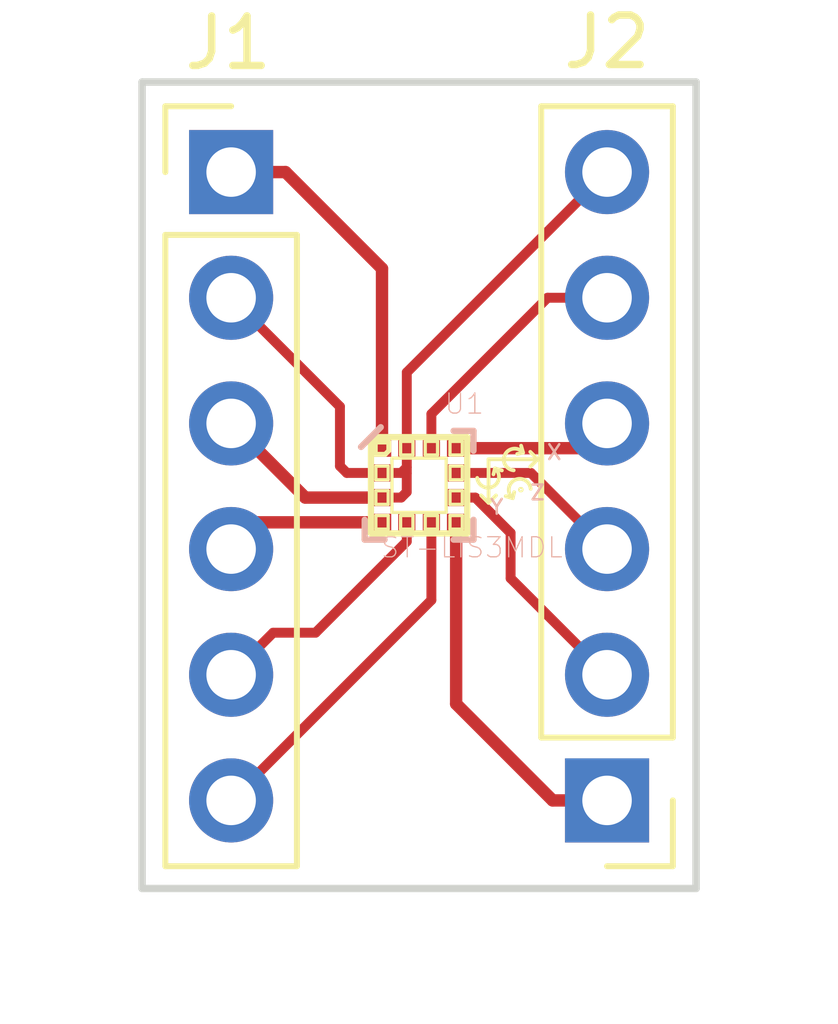
<source format=kicad_pcb>
(kicad_pcb (version 4) (host pcbnew 4.0.7)

  (general
    (links 14)
    (no_connects 0)
    (area 160.852381 99.674999 177.74762 123.875)
    (thickness 1.6)
    (drawings 9)
    (tracks 41)
    (zones 0)
    (modules 3)
    (nets 11)
  )

  (page A4)
  (layers
    (0 F.Cu signal)
    (31 B.Cu signal)
    (32 B.Adhes user)
    (33 F.Adhes user)
    (34 B.Paste user)
    (35 F.Paste user)
    (36 B.SilkS user)
    (37 F.SilkS user)
    (38 B.Mask user)
    (39 F.Mask user)
    (40 Dwgs.User user hide)
    (41 Cmts.User user)
    (42 Eco1.User user)
    (43 Eco2.User user)
    (44 Edge.Cuts user)
    (45 Margin user)
    (46 B.CrtYd user)
    (47 F.CrtYd user)
    (48 B.Fab user)
    (49 F.Fab user)
  )

  (setup
    (last_trace_width 0.25)
    (trace_clearance 0.1)
    (zone_clearance 0.508)
    (zone_45_only no)
    (trace_min 0.2)
    (segment_width 0.05)
    (edge_width 0.15)
    (via_size 0.6)
    (via_drill 0.4)
    (via_min_size 0.4)
    (via_min_drill 0.3)
    (uvia_size 0.3)
    (uvia_drill 0.1)
    (uvias_allowed no)
    (uvia_min_size 0.2)
    (uvia_min_drill 0.1)
    (pcb_text_width 0.3)
    (pcb_text_size 1.5 1.5)
    (mod_edge_width 0.15)
    (mod_text_size 1 1)
    (mod_text_width 0.15)
    (pad_size 1.524 1.524)
    (pad_drill 0.762)
    (pad_to_mask_clearance 0.2)
    (aux_axis_origin 0 0)
    (visible_elements FFFFEF7F)
    (pcbplotparams
      (layerselection 0x00030_80000001)
      (usegerberextensions false)
      (excludeedgelayer true)
      (linewidth 0.100000)
      (plotframeref false)
      (viasonmask false)
      (mode 1)
      (useauxorigin false)
      (hpglpennumber 1)
      (hpglpenspeed 20)
      (hpglpendiameter 15)
      (hpglpenoverlay 2)
      (psnegative false)
      (psa4output false)
      (plotreference true)
      (plotvalue true)
      (plotinvisibletext false)
      (padsonsilk false)
      (subtractmaskfromsilk false)
      (outputformat 1)
      (mirror false)
      (drillshape 0)
      (scaleselection 1)
      (outputdirectory grb/))
  )

  (net 0 "")
  (net 1 /SCL)
  (net 2 /GND)
  (net 3 /C1)
  (net 4 /Vdd)
  (net 5 /Vdd_IO)
  (net 6 /INT)
  (net 7 /DRDY)
  (net 8 /SDO)
  (net 9 /CS)
  (net 10 /SDI)

  (net_class Default "This is the default net class."
    (clearance 0.1)
    (trace_width 0.25)
    (via_dia 0.6)
    (via_drill 0.4)
    (uvia_dia 0.3)
    (uvia_drill 0.1)
    (add_net /C1)
    (add_net /CS)
    (add_net /INT)
    (add_net /SCL)
  )

  (net_class Mid ""
    (clearance 0.1)
    (trace_width 0.2)
    (via_dia 0.6)
    (via_drill 0.4)
    (uvia_dia 0.3)
    (uvia_drill 0.1)
    (add_net /DRDY)
    (add_net /GND)
    (add_net /SDI)
    (add_net /SDO)
    (add_net /Vdd)
    (add_net /Vdd_IO)
  )

  (module Pin_Headers:Pin_Header_Straight_1x06_Pitch2.54mm (layer F.Cu) (tedit 59650532) (tstamp 5B1E90A7)
    (at 165.5 106.52)
    (descr "Through hole straight pin header, 1x06, 2.54mm pitch, single row")
    (tags "Through hole pin header THT 1x06 2.54mm single row")
    (path /5B1E895E)
    (fp_text reference J1 (at -0.06 -2.61) (layer F.SilkS)
      (effects (font (size 1 1) (thickness 0.15)))
    )
    (fp_text value Conn_01x06 (at 0 16.38) (layer F.Fab)
      (effects (font (size 1 1) (thickness 0.15)))
    )
    (fp_line (start -0.635 -1.27) (end 1.27 -1.27) (layer F.Fab) (width 0.1))
    (fp_line (start 1.27 -1.27) (end 1.27 13.97) (layer F.Fab) (width 0.1))
    (fp_line (start 1.27 13.97) (end -1.27 13.97) (layer F.Fab) (width 0.1))
    (fp_line (start -1.27 13.97) (end -1.27 -0.635) (layer F.Fab) (width 0.1))
    (fp_line (start -1.27 -0.635) (end -0.635 -1.27) (layer F.Fab) (width 0.1))
    (fp_line (start -1.33 14.03) (end 1.33 14.03) (layer F.SilkS) (width 0.12))
    (fp_line (start -1.33 1.27) (end -1.33 14.03) (layer F.SilkS) (width 0.12))
    (fp_line (start 1.33 1.27) (end 1.33 14.03) (layer F.SilkS) (width 0.12))
    (fp_line (start -1.33 1.27) (end 1.33 1.27) (layer F.SilkS) (width 0.12))
    (fp_line (start -1.33 0) (end -1.33 -1.33) (layer F.SilkS) (width 0.12))
    (fp_line (start -1.33 -1.33) (end 0 -1.33) (layer F.SilkS) (width 0.12))
    (fp_line (start -1.8 -1.8) (end -1.8 14.5) (layer F.CrtYd) (width 0.05))
    (fp_line (start -1.8 14.5) (end 1.8 14.5) (layer F.CrtYd) (width 0.05))
    (fp_line (start 1.8 14.5) (end 1.8 -1.8) (layer F.CrtYd) (width 0.05))
    (fp_line (start 1.8 -1.8) (end -1.8 -1.8) (layer F.CrtYd) (width 0.05))
    (fp_text user %R (at 0 6.35 90) (layer F.Fab)
      (effects (font (size 1 1) (thickness 0.15)))
    )
    (pad 1 thru_hole rect (at 0 0) (size 1.7 1.7) (drill 1) (layers *.Cu *.Mask)
      (net 1 /SCL))
    (pad 2 thru_hole oval (at 0 2.54) (size 1.7 1.7) (drill 1) (layers *.Cu *.Mask)
      (net 2 /GND))
    (pad 3 thru_hole oval (at 0 5.08) (size 1.7 1.7) (drill 1) (layers *.Cu *.Mask)
      (net 2 /GND))
    (pad 4 thru_hole oval (at 0 7.62) (size 1.7 1.7) (drill 1) (layers *.Cu *.Mask)
      (net 3 /C1))
    (pad 5 thru_hole oval (at 0 10.16) (size 1.7 1.7) (drill 1) (layers *.Cu *.Mask)
      (net 4 /Vdd))
    (pad 6 thru_hole oval (at 0 12.7) (size 1.7 1.7) (drill 1) (layers *.Cu *.Mask)
      (net 5 /Vdd_IO))
    (model ${KISYS3DMOD}/Pin_Headers.3dshapes/Pin_Header_Straight_1x06_Pitch2.54mm.wrl
      (at (xyz 0 0 0))
      (scale (xyz 1 1 1))
      (rotate (xyz 0 0 0))
    )
  )

  (module Pin_Headers:Pin_Header_Straight_1x06_Pitch2.54mm (layer F.Cu) (tedit 59650532) (tstamp 5B1E90B1)
    (at 173.1 119.22 180)
    (descr "Through hole straight pin header, 1x06, 2.54mm pitch, single row")
    (tags "Through hole pin header THT 1x06 2.54mm single row")
    (path /5B1E89C1)
    (fp_text reference J2 (at 0 15.33 180) (layer F.SilkS)
      (effects (font (size 1 1) (thickness 0.15)))
    )
    (fp_text value Conn_01x06 (at 0 -3.67 180) (layer F.Fab)
      (effects (font (size 1 1) (thickness 0.15)))
    )
    (fp_line (start -0.635 -1.27) (end 1.27 -1.27) (layer F.Fab) (width 0.1))
    (fp_line (start 1.27 -1.27) (end 1.27 13.97) (layer F.Fab) (width 0.1))
    (fp_line (start 1.27 13.97) (end -1.27 13.97) (layer F.Fab) (width 0.1))
    (fp_line (start -1.27 13.97) (end -1.27 -0.635) (layer F.Fab) (width 0.1))
    (fp_line (start -1.27 -0.635) (end -0.635 -1.27) (layer F.Fab) (width 0.1))
    (fp_line (start -1.33 14.03) (end 1.33 14.03) (layer F.SilkS) (width 0.12))
    (fp_line (start -1.33 1.27) (end -1.33 14.03) (layer F.SilkS) (width 0.12))
    (fp_line (start 1.33 1.27) (end 1.33 14.03) (layer F.SilkS) (width 0.12))
    (fp_line (start -1.33 1.27) (end 1.33 1.27) (layer F.SilkS) (width 0.12))
    (fp_line (start -1.33 0) (end -1.33 -1.33) (layer F.SilkS) (width 0.12))
    (fp_line (start -1.33 -1.33) (end 0 -1.33) (layer F.SilkS) (width 0.12))
    (fp_line (start -1.8 -1.8) (end -1.8 14.5) (layer F.CrtYd) (width 0.05))
    (fp_line (start -1.8 14.5) (end 1.8 14.5) (layer F.CrtYd) (width 0.05))
    (fp_line (start 1.8 14.5) (end 1.8 -1.8) (layer F.CrtYd) (width 0.05))
    (fp_line (start 1.8 -1.8) (end -1.8 -1.8) (layer F.CrtYd) (width 0.05))
    (fp_text user %R (at 0 6.35 270) (layer F.Fab)
      (effects (font (size 1 1) (thickness 0.15)))
    )
    (pad 1 thru_hole rect (at 0 0 180) (size 1.7 1.7) (drill 1) (layers *.Cu *.Mask)
      (net 6 /INT))
    (pad 2 thru_hole oval (at 0 2.54 180) (size 1.7 1.7) (drill 1) (layers *.Cu *.Mask)
      (net 7 /DRDY))
    (pad 3 thru_hole oval (at 0 5.08 180) (size 1.7 1.7) (drill 1) (layers *.Cu *.Mask)
      (net 8 /SDO))
    (pad 4 thru_hole oval (at 0 7.62 180) (size 1.7 1.7) (drill 1) (layers *.Cu *.Mask)
      (net 9 /CS))
    (pad 5 thru_hole oval (at 0 10.16 180) (size 1.7 1.7) (drill 1) (layers *.Cu *.Mask)
      (net 10 /SDI))
    (pad 6 thru_hole oval (at 0 12.7 180) (size 1.7 1.7) (drill 1) (layers *.Cu *.Mask)
      (net 2 /GND))
    (model ${KISYS3DMOD}/Pin_Headers.3dshapes/Pin_Header_Straight_1x06_Pitch2.54mm.wrl
      (at (xyz 0 0 0))
      (scale (xyz 1 1 1))
      (rotate (xyz 0 0 0))
    )
  )

  (module fps:LGA-12 (layer F.Cu) (tedit 200000) (tstamp 5B1E90C1)
    (at 169.3 112.85)
    (descr "LGA-12 2X2X1 MM 12-LEAD")
    (tags "LGA-12 2X2X1 MM 12-LEAD")
    (path /5B1E876C)
    (attr smd)
    (fp_text reference U1 (at 0.9144 -1.64592) (layer B.SilkS)
      (effects (font (size 0.4064 0.4064) (thickness 0.0254)))
    )
    (fp_text value ST-LIS3MDL (at 1.0668 1.25984) (layer B.SilkS)
      (effects (font (size 0.4064 0.4064) (thickness 0.0254)))
    )
    (fp_line (start 0.12446 -0.61214) (end 0.37338 -0.61214) (layer F.SilkS) (width 0.06604))
    (fp_line (start 0.37338 -0.61214) (end 0.37338 -0.88646) (layer F.SilkS) (width 0.06604))
    (fp_line (start 0.12446 -0.88646) (end 0.37338 -0.88646) (layer F.SilkS) (width 0.06604))
    (fp_line (start 0.12446 -0.61214) (end 0.12446 -0.88646) (layer F.SilkS) (width 0.06604))
    (fp_line (start -0.37338 -0.61214) (end -0.12446 -0.61214) (layer F.SilkS) (width 0.06604))
    (fp_line (start -0.12446 -0.61214) (end -0.12446 -0.88646) (layer F.SilkS) (width 0.06604))
    (fp_line (start -0.37338 -0.88646) (end -0.12446 -0.88646) (layer F.SilkS) (width 0.06604))
    (fp_line (start -0.37338 -0.61214) (end -0.37338 -0.88646) (layer F.SilkS) (width 0.06604))
    (fp_line (start -0.87376 -0.11176) (end -0.62484 -0.11176) (layer F.SilkS) (width 0.06604))
    (fp_line (start -0.62484 -0.11176) (end -0.62484 -0.38608) (layer F.SilkS) (width 0.06604))
    (fp_line (start -0.87376 -0.38608) (end -0.62484 -0.38608) (layer F.SilkS) (width 0.06604))
    (fp_line (start -0.87376 -0.11176) (end -0.87376 -0.38608) (layer F.SilkS) (width 0.06604))
    (fp_line (start -0.87376 0.38608) (end -0.62484 0.38608) (layer F.SilkS) (width 0.06604))
    (fp_line (start -0.62484 0.38608) (end -0.62484 0.11176) (layer F.SilkS) (width 0.06604))
    (fp_line (start -0.87376 0.11176) (end -0.62484 0.11176) (layer F.SilkS) (width 0.06604))
    (fp_line (start -0.87376 0.38608) (end -0.87376 0.11176) (layer F.SilkS) (width 0.06604))
    (fp_line (start -0.87376 0.88646) (end -0.62484 0.88646) (layer F.SilkS) (width 0.06604))
    (fp_line (start -0.62484 0.88646) (end -0.62484 0.61214) (layer F.SilkS) (width 0.06604))
    (fp_line (start -0.87376 0.61214) (end -0.62484 0.61214) (layer F.SilkS) (width 0.06604))
    (fp_line (start -0.87376 0.88646) (end -0.87376 0.61214) (layer F.SilkS) (width 0.06604))
    (fp_line (start -0.37338 0.88646) (end -0.12446 0.88646) (layer F.SilkS) (width 0.06604))
    (fp_line (start -0.12446 0.88646) (end -0.12446 0.61214) (layer F.SilkS) (width 0.06604))
    (fp_line (start -0.37338 0.61214) (end -0.12446 0.61214) (layer F.SilkS) (width 0.06604))
    (fp_line (start -0.37338 0.88646) (end -0.37338 0.61214) (layer F.SilkS) (width 0.06604))
    (fp_line (start 0.12446 0.88646) (end 0.37338 0.88646) (layer F.SilkS) (width 0.06604))
    (fp_line (start 0.37338 0.88646) (end 0.37338 0.61214) (layer F.SilkS) (width 0.06604))
    (fp_line (start 0.12446 0.61214) (end 0.37338 0.61214) (layer F.SilkS) (width 0.06604))
    (fp_line (start 0.12446 0.88646) (end 0.12446 0.61214) (layer F.SilkS) (width 0.06604))
    (fp_line (start 0.62484 0.88646) (end 0.87376 0.88646) (layer F.SilkS) (width 0.06604))
    (fp_line (start 0.87376 0.88646) (end 0.87376 0.61214) (layer F.SilkS) (width 0.06604))
    (fp_line (start 0.62484 0.61214) (end 0.87376 0.61214) (layer F.SilkS) (width 0.06604))
    (fp_line (start 0.62484 0.88646) (end 0.62484 0.61214) (layer F.SilkS) (width 0.06604))
    (fp_line (start 0.62484 0.38608) (end 0.87376 0.38608) (layer F.SilkS) (width 0.06604))
    (fp_line (start 0.87376 0.38608) (end 0.87376 0.11176) (layer F.SilkS) (width 0.06604))
    (fp_line (start 0.62484 0.11176) (end 0.87376 0.11176) (layer F.SilkS) (width 0.06604))
    (fp_line (start 0.62484 0.38608) (end 0.62484 0.11176) (layer F.SilkS) (width 0.06604))
    (fp_line (start 0.62484 -0.11176) (end 0.87376 -0.11176) (layer F.SilkS) (width 0.06604))
    (fp_line (start 0.87376 -0.11176) (end 0.87376 -0.38608) (layer F.SilkS) (width 0.06604))
    (fp_line (start 0.62484 -0.38608) (end 0.87376 -0.38608) (layer F.SilkS) (width 0.06604))
    (fp_line (start 0.62484 -0.11176) (end 0.62484 -0.38608) (layer F.SilkS) (width 0.06604))
    (fp_line (start 0.62484 -0.61214) (end 0.87376 -0.61214) (layer F.SilkS) (width 0.06604))
    (fp_line (start 0.87376 -0.61214) (end 0.87376 -0.88646) (layer F.SilkS) (width 0.06604))
    (fp_line (start 0.62484 -0.88646) (end 0.87376 -0.88646) (layer F.SilkS) (width 0.06604))
    (fp_line (start 0.62484 -0.61214) (end 0.62484 -0.88646) (layer F.SilkS) (width 0.06604))
    (fp_line (start -0.54864 0.54864) (end 0.54864 0.54864) (layer F.SilkS) (width 0.06604))
    (fp_line (start 0.54864 0.54864) (end 0.54864 -0.54864) (layer F.SilkS) (width 0.06604))
    (fp_line (start -0.54864 -0.54864) (end 0.54864 -0.54864) (layer F.SilkS) (width 0.06604))
    (fp_line (start -0.54864 0.54864) (end -0.54864 -0.54864) (layer F.SilkS) (width 0.06604))
    (fp_line (start -0.97282 0.97282) (end -0.97282 -0.97282) (layer F.SilkS) (width 0.127))
    (fp_line (start -0.97282 -0.97282) (end 0.97282 -0.97282) (layer F.SilkS) (width 0.127))
    (fp_line (start 0.97282 -0.97282) (end 0.97282 0.97282) (layer F.SilkS) (width 0.127))
    (fp_line (start 0.97282 0.97282) (end -0.97282 0.97282) (layer F.SilkS) (width 0.127))
    (fp_line (start -1.17348 -0.7747) (end -0.7747 -1.17348) (layer B.SilkS) (width 0.127))
    (fp_line (start 1.09982 -1.09982) (end 0.6985 -1.09982) (layer B.SilkS) (width 0.127))
    (fp_line (start 1.09982 -1.09982) (end 1.09982 -0.6985) (layer B.SilkS) (width 0.127))
    (fp_line (start 1.09982 1.09982) (end 0.6985 1.09982) (layer B.SilkS) (width 0.127))
    (fp_line (start 1.09982 1.09982) (end 1.09982 0.6985) (layer B.SilkS) (width 0.127))
    (fp_line (start -1.09982 1.09982) (end -0.6985 1.09982) (layer B.SilkS) (width 0.127))
    (fp_line (start -1.09982 1.09982) (end -1.09982 0.6985) (layer B.SilkS) (width 0.127))
    (fp_line (start 1.40462 0.35306) (end 1.40462 -0.52578) (layer F.SilkS) (width 0.0762))
    (fp_line (start 2.39776 -0.52578) (end 1.40462 -0.52578) (layer F.SilkS) (width 0.0762))
    (fp_line (start 2.39776 -0.52578) (end 2.2479 -0.37592) (layer F.SilkS) (width 0.0762))
    (fp_line (start 2.39776 -0.52578) (end 2.2479 -0.67564) (layer F.SilkS) (width 0.0762))
    (fp_line (start 1.8923 0.26162) (end 1.7526 0.22098) (layer F.SilkS) (width 0.0762))
    (fp_line (start 1.8923 0.26162) (end 1.92278 0.1397) (layer F.SilkS) (width 0.0762))
    (fp_line (start 1.40462 0.3556) (end 1.25476 0.20574) (layer F.SilkS) (width 0.0762))
    (fp_line (start 1.40462 0.3556) (end 1.55448 0.20574) (layer F.SilkS) (width 0.0762))
    (fp_line (start 1.53416 -0.34036) (end 1.67386 -0.29972) (layer F.SilkS) (width 0.0762))
    (fp_line (start 1.53416 -0.34036) (end 1.50368 -0.22098) (layer F.SilkS) (width 0.0762))
    (fp_line (start 2.10312 -0.6604) (end 2.06248 -0.8001) (layer F.SilkS) (width 0.0762))
    (fp_line (start 2.10312 -0.6604) (end 1.98374 -0.63246) (layer F.SilkS) (width 0.0762))
    (fp_line (start -0.88646 -0.62484) (end -0.88646 -0.87376) (layer F.SilkS) (width 0))
    (fp_line (start -0.88646 -0.87376) (end -0.61214 -0.87376) (layer F.SilkS) (width 0))
    (fp_line (start -0.61214 -0.87376) (end -0.61214 -0.6985) (layer F.SilkS) (width 0))
    (fp_line (start -0.61214 -0.6985) (end -0.6858 -0.62484) (layer F.SilkS) (width 0))
    (fp_line (start -0.6858 -0.62484) (end -0.88646 -0.62484) (layer F.SilkS) (width 0))
    (fp_circle (center 2.0574 0.0889) (end 2.0701 0.1016) (layer F.SilkS) (width 0.0381))
    (fp_arc (start 2.03454 0.09144) (end 1.8923 0.26162) (angle 225) (layer F.SilkS) (width 0.0762))
    (fp_arc (start 1.39446 -0.17018) (end 1.53416 -0.34036) (angle 225) (layer F.SilkS) (width 0.0762))
    (fp_arc (start 1.93294 -0.5207) (end 1.91262 -0.30226) (angle 225) (layer F.SilkS) (width 0.0762))
    (fp_text user X (at 2.73304 -0.66548) (layer B.SilkS)
      (effects (font (size 0.29972 0.29972) (thickness 0.0508)))
    )
    (fp_text user Y (at 1.56972 0.43942) (layer B.SilkS)
      (effects (font (size 0.29972 0.29972) (thickness 0.0508)))
    )
    (fp_text user Z (at 2.39776 0.14732) (layer B.SilkS)
      (effects (font (size 0.29972 0.29972) (thickness 0.0508)))
    )
    (pad 1 smd rect (at -0.7493 -0.7493 90) (size 0.34798 0.37338) (layers F.Cu F.Paste F.Mask)
      (net 1 /SCL))
    (pad 2 smd rect (at -0.7493 -0.24892 90) (size 0.34798 0.37338) (layers F.Cu F.Paste F.Mask)
      (net 2 /GND))
    (pad 3 smd rect (at -0.7493 0.24892 90) (size 0.34798 0.37338) (layers F.Cu F.Paste F.Mask)
      (net 2 /GND))
    (pad 4 smd rect (at -0.7493 0.7493 90) (size 0.34798 0.37338) (layers F.Cu F.Paste F.Mask)
      (net 3 /C1))
    (pad 5 smd rect (at -0.24892 0.7493 180) (size 0.34798 0.37338) (layers F.Cu F.Paste F.Mask)
      (net 4 /Vdd))
    (pad 6 smd rect (at 0.24892 0.7493 180) (size 0.34798 0.37338) (layers F.Cu F.Paste F.Mask)
      (net 5 /Vdd_IO))
    (pad 7 smd rect (at 0.7493 0.7493 270) (size 0.34798 0.37338) (layers F.Cu F.Paste F.Mask)
      (net 6 /INT))
    (pad 8 smd rect (at 0.7493 0.24892 270) (size 0.34798 0.37338) (layers F.Cu F.Paste F.Mask)
      (net 7 /DRDY))
    (pad 9 smd rect (at 0.7493 -0.24892 270) (size 0.34798 0.37338) (layers F.Cu F.Paste F.Mask)
      (net 8 /SDO))
    (pad 10 smd rect (at 0.7493 -0.7493 270) (size 0.34798 0.37338) (layers F.Cu F.Paste F.Mask)
      (net 9 /CS))
    (pad 11 smd rect (at 0.24892 -0.7493) (size 0.34798 0.37338) (layers F.Cu F.Paste F.Mask)
      (net 10 /SDI))
    (pad 12 smd rect (at -0.24892 -0.7493) (size 0.34798 0.37338) (layers F.Cu F.Paste F.Mask)
      (net 2 /GND))
  )

  (gr_line (start 174.9 104.7) (end 163.7 104.7) (layer Edge.Cuts) (width 0.15))
  (gr_line (start 174.9 121) (end 174.9 104.7) (layer Edge.Cuts) (width 0.15))
  (gr_line (start 163.7 121) (end 174.9 121) (layer Edge.Cuts) (width 0.15))
  (gr_line (start 163.7 104.7) (end 163.7 121) (layer Edge.Cuts) (width 0.15))
  (gr_line (start 163 112.85) (end 175.1 112.85) (layer Dwgs.User) (width 0.05))
  (gr_line (start 163.2 104.7) (end 163.2 121) (layer Dwgs.User) (width 0.05))
  (gr_line (start 169.3 99.75) (end 169.3 122.75) (layer Dwgs.User) (width 0.05) (tstamp 5B1E9BCA))
  (gr_line (start 173.1 99.7) (end 173.1 122.8) (layer Dwgs.User) (width 0.05))
  (gr_line (start 165.5 99.75) (end 165.5 122.75) (layer Dwgs.User) (width 0.05))

  (segment (start 168.5507 112.1007) (end 168.5507 108.4707) (width 0.25) (layer F.Cu) (net 1))
  (segment (start 168.5507 108.4707) (end 166.6 106.52) (width 0.25) (layer F.Cu) (net 1))
  (segment (start 166.6 106.52) (end 165.5 106.52) (width 0.25) (layer F.Cu) (net 1))
  (segment (start 169.05108 112.48739) (end 169.05108 112.61124) (width 0.2) (layer F.Cu) (net 2))
  (segment (start 169.05108 112.61124) (end 169.05 112.61232) (width 0.2) (layer F.Cu) (net 2))
  (segment (start 169.05 112.61232) (end 169.05 112.98631) (width 0.2) (layer F.Cu) (net 2))
  (segment (start 169.05 112.98631) (end 168.93739 113.09892) (width 0.2) (layer F.Cu) (net 2))
  (segment (start 168.93739 113.09892) (end 168.5507 113.09892) (width 0.2) (layer F.Cu) (net 2))
  (segment (start 169.05108 112.1007) (end 169.05108 112.48739) (width 0.2) (layer F.Cu) (net 2))
  (segment (start 169.05108 112.48739) (end 168.93739 112.60108) (width 0.2) (layer F.Cu) (net 2))
  (segment (start 168.93739 112.60108) (end 168.5507 112.60108) (width 0.2) (layer F.Cu) (net 2))
  (segment (start 168.5507 112.60108) (end 167.838999 112.60108) (width 0.2) (layer F.Cu) (net 2))
  (segment (start 167.838999 112.60108) (end 167.7 112.462081) (width 0.2) (layer F.Cu) (net 2))
  (segment (start 167.7 112.462081) (end 167.7 111.26) (width 0.2) (layer F.Cu) (net 2))
  (segment (start 167.7 111.26) (end 165.5 109.06) (width 0.2) (layer F.Cu) (net 2))
  (segment (start 169.05108 112.1007) (end 169.05108 110.56892) (width 0.2) (layer F.Cu) (net 2))
  (segment (start 169.05108 110.56892) (end 173.1 106.52) (width 0.2) (layer F.Cu) (net 2))
  (segment (start 168.5507 113.09892) (end 166.99892 113.09892) (width 0.25) (layer F.Cu) (net 2))
  (segment (start 166.99892 113.09892) (end 165.5 111.6) (width 0.25) (layer F.Cu) (net 2))
  (segment (start 168.5507 113.5993) (end 166.0407 113.5993) (width 0.25) (layer F.Cu) (net 3))
  (segment (start 166.0407 113.5993) (end 165.5 114.14) (width 0.25) (layer F.Cu) (net 3))
  (segment (start 169.05108 113.5993) (end 169.05108 113.98599) (width 0.2) (layer F.Cu) (net 4))
  (segment (start 169.05108 113.98599) (end 167.207069 115.830001) (width 0.2) (layer F.Cu) (net 4))
  (segment (start 167.207069 115.830001) (end 166.349999 115.830001) (width 0.2) (layer F.Cu) (net 4))
  (segment (start 166.349999 115.830001) (end 165.5 116.68) (width 0.2) (layer F.Cu) (net 4))
  (segment (start 169.54892 113.5993) (end 169.54892 115.17108) (width 0.2) (layer F.Cu) (net 5))
  (segment (start 169.54892 115.17108) (end 165.5 119.22) (width 0.2) (layer F.Cu) (net 5))
  (segment (start 170.0493 113.5993) (end 170.0493 117.2693) (width 0.25) (layer F.Cu) (net 6))
  (segment (start 170.0493 117.2693) (end 172 119.22) (width 0.25) (layer F.Cu) (net 6))
  (segment (start 172 119.22) (end 173.1 119.22) (width 0.25) (layer F.Cu) (net 6))
  (segment (start 171.15 113.81293) (end 171.15 114.73) (width 0.2) (layer F.Cu) (net 7))
  (segment (start 171.15 114.73) (end 173.1 116.68) (width 0.2) (layer F.Cu) (net 7))
  (segment (start 170.0493 113.09892) (end 170.43599 113.09892) (width 0.2) (layer F.Cu) (net 7))
  (segment (start 170.43599 113.09892) (end 171.15 113.81293) (width 0.2) (layer F.Cu) (net 7))
  (segment (start 170.0493 112.60108) (end 171.56108 112.60108) (width 0.2) (layer F.Cu) (net 8))
  (segment (start 171.56108 112.60108) (end 173.1 114.14) (width 0.2) (layer F.Cu) (net 8))
  (segment (start 170.0493 112.1007) (end 172.5993 112.1007) (width 0.25) (layer F.Cu) (net 9))
  (segment (start 172.5993 112.1007) (end 173.1 111.6) (width 0.25) (layer F.Cu) (net 9))
  (segment (start 169.54892 112.1007) (end 169.54892 111.408999) (width 0.2) (layer F.Cu) (net 10))
  (segment (start 169.54892 111.408999) (end 171.897919 109.06) (width 0.2) (layer F.Cu) (net 10))
  (segment (start 171.897919 109.06) (end 173.1 109.06) (width 0.2) (layer F.Cu) (net 10))

)

</source>
